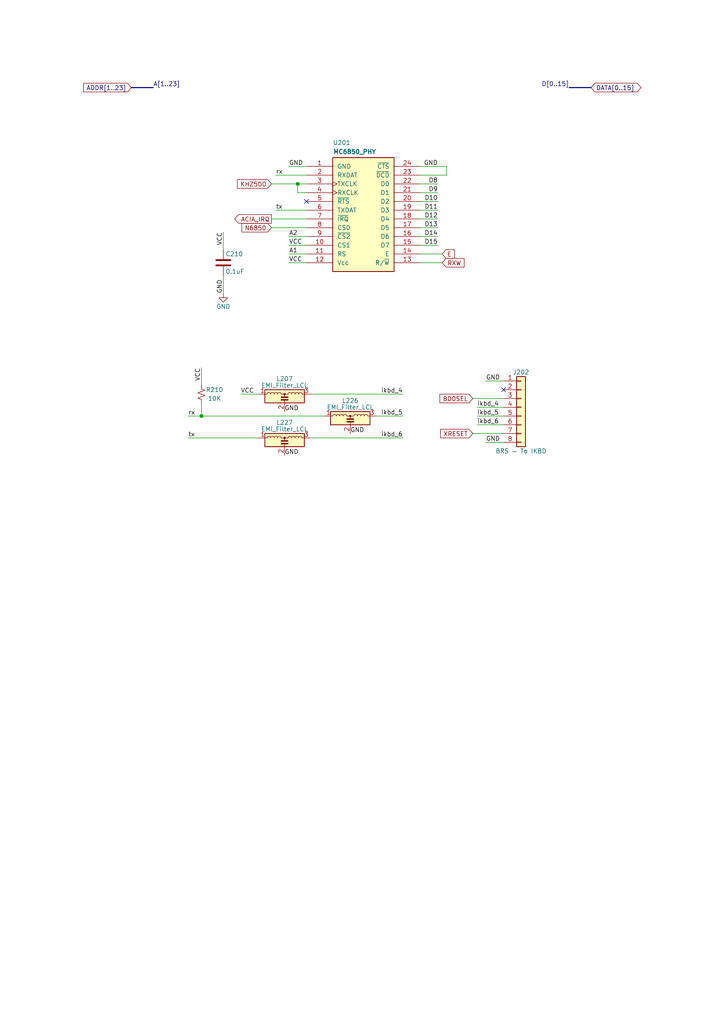
<source format=kicad_sch>
(kicad_sch (version 20230121) (generator eeschema)
  (paper "A4" portrait)
  (title_block (title "Converted schematics of Atari STE") (date "2021-08-31") (rev "1.0.0") (comment 1 "Reference : C300780-001"))
  (lib_symbols
    (symbol "Connector_Generic:Conn_01x08" (pin_names (offset 1.016) hide)
      (property "Reference" "J" (at 0 10.16 0))
      (property "Value" "Conn_01x08" (at 0 -12.7 0))
      (symbol "Conn_01x08_1_1"
        (rectangle (start -1.27 -10.033) (end 0 -10.287) (stroke (width 0.1524)))
        (rectangle (start -1.27 -7.493) (end 0 -7.747) (stroke (width 0.1524)))
        (rectangle (start -1.27 -4.953) (end 0 -5.207) (stroke (width 0.1524)))
        (rectangle (start -1.27 -2.413) (end 0 -2.667) (stroke (width 0.1524)))
        (rectangle (start -1.27 0.127) (end 0 -0.127) (stroke (width 0.1524)))
        (rectangle (start -1.27 2.667) (end 0 2.413) (stroke (width 0.1524)))
        (rectangle (start -1.27 5.207) (end 0 4.953) (stroke (width 0.1524)))
        (rectangle (start -1.27 7.747) (end 0 7.493) (stroke (width 0.1524)))
        (rectangle (start -1.27 8.89) (end 1.27 -11.43) (stroke (width 0.254)) (fill (type background)))
        (pin passive line (at -5.08 7.62 0) (length 3.81) (name "Pin_1") (number "1"))
        (pin passive line (at -5.08 5.08 0) (length 3.81) (name "Pin_2") (number "2"))
        (pin passive line (at -5.08 2.54 0) (length 3.81) (name "Pin_3") (number "3"))
        (pin passive line (at -5.08 0 0) (length 3.81) (name "Pin_4") (number "4"))
        (pin passive line (at -5.08 -2.54 0) (length 3.81) (name "Pin_5") (number "5"))
        (pin passive line (at -5.08 -5.08 0) (length 3.81) (name "Pin_6") (number "6"))
        (pin passive line (at -5.08 -7.62 0) (length 3.81) (name "Pin_7") (number "7"))
        (pin passive line (at -5.08 -10.16 0) (length 3.81) (name "Pin_8") (number "8"))
      )
    )
    (symbol "Device:C" (pin_numbers hide) (pin_names (offset 0.254))
      (property "Reference" "C" (at 0.635 2.54 0))
      (property "Value" "C" (at 0.635 -2.54 0))
      (symbol "C_0_1"
        (polyline (pts (xy -2.032 -0.762) (xy 2.032 -0.762)) (stroke (width 0.508)))
        (polyline (pts (xy -2.032 0.762) (xy 2.032 0.762)) (stroke (width 0.508)))
      )
      (symbol "C_1_1"
        (pin passive line (at 0 3.81 270) (length 2.794) (name "~") (number "1"))
        (pin passive line (at 0 -3.81 90) (length 2.794) (name "~") (number "2"))
      )
    )
    (symbol "Device:EMI_Filter_LCL" (pin_names (offset 0.254) hide)
      (property "Reference" "FL" (at 0 6.985 0))
      (property "Value" "Device_EMI_Filter_LCL" (at 0 5.08 0))
      (symbol "EMI_Filter_LCL_0_1"
        (rectangle (start -5.715 3.81) (end 5.715 0) (stroke (width 0.254)) (fill (type background)))
        (arc (start -4.064 2.54) (mid -4.572 3.0457) (end -5.08 2.54))
        (arc (start -3.048 2.54) (mid -3.556 3.0457) (end -4.064 2.54))
        (arc (start -2.032 2.54) (mid -2.54 3.0457) (end -3.048 2.54))
        (rectangle (start -1.016 0.762) (end 1.016 1.016) (fill (type outline)))
        (arc (start -1.016 2.54) (mid -1.524 3.0457) (end -2.032 2.54))
        (polyline (pts (xy -1.016 2.54) (xy 1.016 2.54)))
        (polyline (pts (xy 0 0.762) (xy 0 0)))
        (polyline (pts (xy 0 2.54) (xy 0 1.778)))
        (circle (center 0 2.54) (radius 0.254) (fill (type outline)))
        (rectangle (start 1.016 1.524) (end -1.016 1.778) (fill (type outline)))
        (arc (start 2.032 2.54) (mid 1.524 3.0457) (end 1.016 2.54))
        (arc (start 3.048 2.54) (mid 2.54 3.0457) (end 2.032 2.54))
        (arc (start 4.064 2.54) (mid 3.556 3.0457) (end 3.048 2.54))
        (arc (start 5.08 2.54) (mid 4.572 3.0457) (end 4.064 2.54))
      )
      (symbol "EMI_Filter_LCL_1_1"
        (pin passive line (at -7.62 2.54 0) (length 2.54) (name "1") (number "1"))
        (pin passive line (at 0 -2.54 90) (length 2.54) (name "2") (number "2"))
        (pin passive line (at 7.62 2.54 180) (length 2.54) (name "3") (number "3"))
      )
    )
    (symbol "Device:R_Small_US" (pin_numbers hide) (pin_names (offset 0.254) hide)
      (property "Reference" "R" (at 0.762 0.508 0))
      (property "Value" "R_Small_US" (at 0.762 -1.016 0))
      (symbol "R_Small_US_1_1"
        (polyline (pts (xy 0 0) (xy 1.016 -0.381) (xy 0 -0.762) (xy -1.016 -1.143) (xy 0 -1.524)))
        (polyline (pts (xy 0 1.524) (xy 1.016 1.143) (xy 0 0.762) (xy -1.016 0.381) (xy 0 0)))
        (pin passive line (at 0 2.54 270) (length 1.016) (name "~") (number "1"))
        (pin passive line (at 0 -2.54 90) (length 1.016) (name "~") (number "2"))
      )
    )
    (symbol "acia:MC6850_PHY" (pin_names (offset 1.27))
      (property "Reference" "U" (at 0 0 0))
      (property "Value" "MC6850_PHY" (at 0 0 0))
      (symbol "MC6850_PHY_0_0"
        (rectangle (start -8.89 16.51) (end 8.89 -16.51) (stroke (width 0.254)) (fill (type background)))
        (pin power_in line (at -16.51 13.97 0) (length 7.62) (name "GND") (number "1"))
        (pin input line (at -16.51 -8.89 0) (length 7.62) (name "CS1") (number "10"))
        (pin input line (at -16.51 -11.43 0) (length 7.62) (name "RS") (number "11"))
        (pin power_in line (at -16.51 -13.97 0) (length 7.62) (name "Vcc") (number "12"))
        (pin input line (at 16.51 -13.97 180) (length 7.62) (name "R/~{W}") (number "13"))
        (pin input line (at 16.51 -11.43 180) (length 7.62) (name "E") (number "14"))
        (pin bidirectional line (at 16.51 -8.89 180) (length 7.62) (name "D7") (number "15"))
        (pin bidirectional line (at 16.51 -6.35 180) (length 7.62) (name "D6") (number "16"))
        (pin bidirectional line (at 16.51 -3.81 180) (length 7.62) (name "D5") (number "17"))
        (pin bidirectional line (at 16.51 -1.27 180) (length 7.62) (name "D4") (number "18"))
        (pin bidirectional line (at 16.51 1.27 180) (length 7.62) (name "D3") (number "19"))
        (pin input line (at -16.51 11.43 0) (length 7.62) (name "RXDAT") (number "2"))
        (pin bidirectional line (at 16.51 3.81 180) (length 7.62) (name "D2") (number "20"))
        (pin bidirectional line (at 16.51 6.35 180) (length 7.62) (name "D1") (number "21"))
        (pin bidirectional line (at 16.51 8.89 180) (length 7.62) (name "D0") (number "22"))
        (pin input line (at 16.51 11.43 180) (length 7.62) (name "~{DCD}") (number "23"))
        (pin input line (at 16.51 13.97 180) (length 7.62) (name "~{CTS}") (number "24"))
        (pin input clock (at -16.51 8.89 0) (length 7.62) (name "TXCLK") (number "3"))
        (pin input clock (at -16.51 6.35 0) (length 7.62) (name "RXCLK") (number "4"))
        (pin output line (at -16.51 3.81 0) (length 7.62) (name "~{RTS}") (number "5"))
        (pin output line (at -16.51 1.27 0) (length 7.62) (name "TXDAT") (number "6"))
        (pin open_collector line (at -16.51 -1.27 0) (length 7.62) (name "~{IRQ}") (number "7"))
        (pin input line (at -16.51 -3.81 0) (length 7.62) (name "CS0") (number "8"))
        (pin input line (at -16.51 -6.35 0) (length 7.62) (name "~{CS2}") (number "9"))
      )
    )
    (symbol "power:GND" (power) (pin_names (offset 0))
      (property "Value" "GND" (at 0 -3.81 0))
      (symbol "GND_0_1"
        (polyline (pts (xy 0 0) (xy 0 -1.27) (xy 1.27 -1.27) (xy 0 -2.54) (xy -1.27 -1.27) (xy 0 -1.27)))
      )
      (symbol "GND_1_1"
        (pin power_in line (at 0 0 270) (length 0) hide (name "GND") (number "1"))
      )
    )
  )
  (junction (at 86.36 53.34))
  (junction (at 58.42 120.65))
  (no_connect (at 146.05 113.03))
  (no_connect (at 88.9 58.42))
  (wire (pts (xy 90.17 127) (xy 116.84 127)))
  (wire (pts (xy 54.61 127) (xy 74.93 127)))
  (wire (pts (xy 58.42 106.68) (xy 58.42 111.76)))
  (wire (pts (xy 58.42 116.84) (xy 58.42 120.65)))
  (wire (pts (xy 83.82 68.58) (xy 88.9 68.58)))
  (wire (pts (xy 78.74 63.5) (xy 88.9 63.5)))
  (wire (pts (xy 64.77 67.31) (xy 64.77 72.39)))
  (wire (pts (xy 86.36 55.88) (xy 88.9 55.88)))
  (wire (pts (xy 137.16 115.57) (xy 146.05 115.57)))
  (wire (pts (xy 129.54 48.26) (xy 129.54 50.8)))
  (wire (pts (xy 109.22 120.65) (xy 116.84 120.65)))
  (wire (pts (xy 121.92 60.96) (xy 127 60.96)))
  (wire (pts (xy 140.97 128.27) (xy 146.05 128.27)))
  (wire (pts (xy 138.43 118.11) (xy 146.05 118.11)))
  (wire (pts (xy 80.01 60.96) (xy 88.9 60.96)))
  (wire (pts (xy 69.85 114.3) (xy 74.93 114.3)))
  (wire (pts (xy 83.82 71.12) (xy 88.9 71.12)))
  (wire (pts (xy 54.61 120.65) (xy 58.42 120.65)))
  (wire (pts (xy 83.82 48.26) (xy 88.9 48.26)))
  (wire (pts (xy 78.74 53.34) (xy 86.36 53.34)))
  (wire (pts (xy 58.42 120.65) (xy 93.98 120.65)))
  (wire (pts (xy 121.92 76.2) (xy 128.27 76.2)))
  (wire (pts (xy 121.92 50.8) (xy 129.54 50.8)))
  (wire (pts (xy 78.74 66.04) (xy 88.9 66.04)))
  (wire (pts (xy 121.92 58.42) (xy 127 58.42)))
  (wire (pts (xy 138.43 123.19) (xy 146.05 123.19)))
  (wire (pts (xy 80.01 50.8) (xy 88.9 50.8)))
  (wire (pts (xy 121.92 71.12) (xy 127 71.12)))
  (wire (pts (xy 121.92 66.04) (xy 127 66.04)))
  (wire (pts (xy 138.43 120.65) (xy 146.05 120.65)))
  (wire (pts (xy 64.77 80.01) (xy 64.77 85.09)))
  (wire (pts (xy 121.92 48.26) (xy 129.54 48.26)))
  (wire (pts (xy 137.16 125.73) (xy 146.05 125.73)))
  (wire (pts (xy 86.36 53.34) (xy 86.36 55.88)))
  (wire (pts (xy 121.92 53.34) (xy 127 53.34)))
  (wire (pts (xy 90.17 114.3) (xy 116.84 114.3)))
  (wire (pts (xy 121.92 68.58) (xy 127 68.58)))
  (wire (pts (xy 86.36 53.34) (xy 88.9 53.34)))
  (wire (pts (xy 83.82 73.66) (xy 88.9 73.66)))
  (wire (pts (xy 121.92 73.66) (xy 128.27 73.66)))
  (wire (pts (xy 121.92 55.88) (xy 127 55.88)))
  (bus (pts (xy 165.1 25.4) (xy 171.45 25.4)))
  (wire (pts (xy 121.92 63.5) (xy 127 63.5)))
  (wire (pts (xy 83.82 76.2) (xy 88.9 76.2)))
  (bus (pts (xy 38.1 25.4) (xy 44.45 25.4)))
  (wire (pts (xy 140.97 110.49) (xy 146.05 110.49)))
  (label "VCC" (at 69.85 114.3 0))
  (label "ikbd_4" (at 116.84 114.3 180))
  (label "GND" (at 140.97 110.49 0))
  (label "GND" (at 140.97 128.27 0))
  (label "D14" (at 127 68.58 180))
  (label "ikbd_6" (at 138.43 123.19 0))
  (label "VCC" (at 83.82 76.2 0))
  (label "D10" (at 127 58.42 180))
  (label "A2" (at 83.82 68.58 0))
  (label "A1" (at 83.82 73.66 0))
  (label "GND" (at 64.77 85.09 90))
  (label "D11" (at 127 60.96 180))
  (label "D9" (at 127 55.88 180))
  (label "ikbd_5" (at 138.43 120.65 0))
  (label "rx" (at 80.01 50.8 0))
  (label "VCC" (at 83.82 71.12 0))
  (label "tx" (at 54.61 127 0))
  (label "GND" (at 82.55 119.38 0))
  (label "GND" (at 82.55 132.08 0))
  (label "ikbd_4" (at 138.43 118.11 0))
  (label "A[1..23]" (at 44.45 25.4 0))
  (label "ikbd_6" (at 116.84 127 180))
  (label "VCC" (at 64.77 67.31 270))
  (label "GND" (at 83.82 48.26 0))
  (label "D13" (at 127 66.04 180))
  (label "D15" (at 127 71.12 180))
  (label "VCC" (at 58.42 106.68 270))
  (label "GND" (at 127 48.26 180))
  (label "D8" (at 127 53.34 180))
  (label "tx" (at 80.01 60.96 0))
  (label "rx" (at 54.61 120.65 0))
  (label "D[0..15]" (at 165.1 25.4 180))
  (label "ikbd_5" (at 116.84 120.65 180))
  (label "GND" (at 101.6 125.73 0))
  (label "D12" (at 127 63.5 180))
  (global_label "KHZ500" (shape input) (at 78.74 53.34 180) (property "Intersheetrefs" "${INTERSHEET_REFS}" (effects hide)))
  (global_label "N6850" (shape input) (at 78.74 66.04 180) (property "Intersheetrefs" "${INTERSHEET_REFS}" (effects hide)))
  (global_label "E" (shape input) (at 128.27 73.66 0) (property "Intersheetrefs" "${INTERSHEET_REFS}" (effects hide)))
  (global_label "ADDR[1..23]" (shape input) (at 38.1 25.4 180) (property "Intersheetrefs" "${INTERSHEET_REFS}" (effects hide)))
  (global_label "DATA[0..15]" (shape bidirectional) (at 171.45 25.4 0) (property "Intersheetrefs" "${INTERSHEET_REFS}" (effects hide)))
  (global_label "RXW" (shape input) (at 128.27 76.2 0) (property "Intersheetrefs" "${INTERSHEET_REFS}" (effects hide)))
  (global_label "ACIA_IRQ" (shape output) (at 78.74 63.5 180) (property "Intersheetrefs" "${INTERSHEET_REFS}" (effects hide)))
  (global_label "BD0SEL" (shape input) (at 137.16 115.57 180) (property "Intersheetrefs" "${INTERSHEET_REFS}" (effects hide)))
  (global_label "XRESET" (shape input) (at 137.16 125.73 180) (property "Intersheetrefs" "${INTERSHEET_REFS}" (effects hide)))
  (symbol (lib_id "acia:MC6850_PHY") (at 105.41 62.23 0) (unit 1)
    (property "Reference" "U201" (at 96.52 40.64 0) (effects (justify left top)))
    (property "Value" "MC6850_PHY" (at 96.52 43.18 0) (effects (font bold) (justify left top)))
    (property "Footprint" "Package_DIP:DIP-24_W15.24mm_LongPads" (effects hide))
  )
  (symbol (lib_id "Device:EMI_Filter_LCL") (at 82.55 116.84 0) (unit 1)
    (property "Reference" "L207" (at 82.55 109.855 0))
    (property "Value" "EMI_Filter_LCL" (at 82.55 111.76 0))
    (property "Footprint" "commons_passives_THT:Passive_THT_EMI_filter_W5.08mm_L7.62mm" (effects hide))
    (property "Datasheet" "http://www.murata.com/~/media/webrenewal/support/library/catalog/products/emc/emifil/c31e.ashx?la=en-gb" (effects hide))
  )
  (symbol (lib_id "Device:EMI_Filter_LCL") (at 101.6 123.19 0) (unit 1)
    (property "Reference" "L226" (at 101.6 116.205 0))
    (property "Value" "EMI_Filter_LCL" (at 101.6 118.11 0))
    (property "Footprint" "commons_passives_THT:Passive_THT_EMI_filter_W5.08mm_L7.62mm" (effects hide))
    (property "Datasheet" "http://www.murata.com/~/media/webrenewal/support/library/catalog/products/emc/emifil/c31e.ashx?la=en-gb" (effects hide))
  )
  (symbol (lib_id "Device:EMI_Filter_LCL") (at 82.55 129.54 0) (unit 1)
    (property "Reference" "L227" (at 82.55 122.555 0))
    (property "Value" "EMI_Filter_LCL" (at 82.55 124.46 0))
    (property "Footprint" "commons_passives_THT:Passive_THT_EMI_filter_W5.08mm_L7.62mm" (effects hide))
    (property "Datasheet" "http://www.murata.com/~/media/webrenewal/support/library/catalog/products/emc/emifil/c31e.ashx?la=en-gb" (effects hide))
  )
  (symbol (lib_id "Device:C") (at 64.77 76.2 0) (unit 1)
    (property "Reference" "C210" (at 65.405 73.66 0) (effects (justify left)))
    (property "Value" "0.1uF" (at 65.405 78.74 0) (effects (justify left)))
    (property "Footprint" "commons_passives_THT:Passive_THT_capacitor_mlcc_W2.54mm_L7.62mm" (effects hide))
  )
  (symbol (lib_id "Connector_Generic:Conn_01x08") (at 151.13 118.11 0) (unit 1)
    (property "Reference" "J202" (at 151.13 107.95 0))
    (property "Value" "BRS — To IKBD" (at 151.13 130.81 0))
    (property "Footprint" "atari-interconnect:PinHeader_1x08_P2.54mm_Vertical_Ikbd" (effects hide))
  )
  (symbol (lib_id "Device:R_Small_US") (at 58.42 114.3 180) (unit 1)
    (property "Reference" "R210" (at 62.23 113.03 0))
    (property "Value" "10K" (at 62.23 115.57 0))
    (property "Footprint" "commons_passives_THT:Passive_THT_resistor_W2.54mm_L12.70mm" (effects hide))
  )
  (symbol (lib_id "power:GND") (at 64.77 85.09 0) (unit 1)
    (property "Reference" "#PWR012" (effects hide))
    (property "Value" "GND" (at 64.77 88.9 0))
  )
)
</source>
